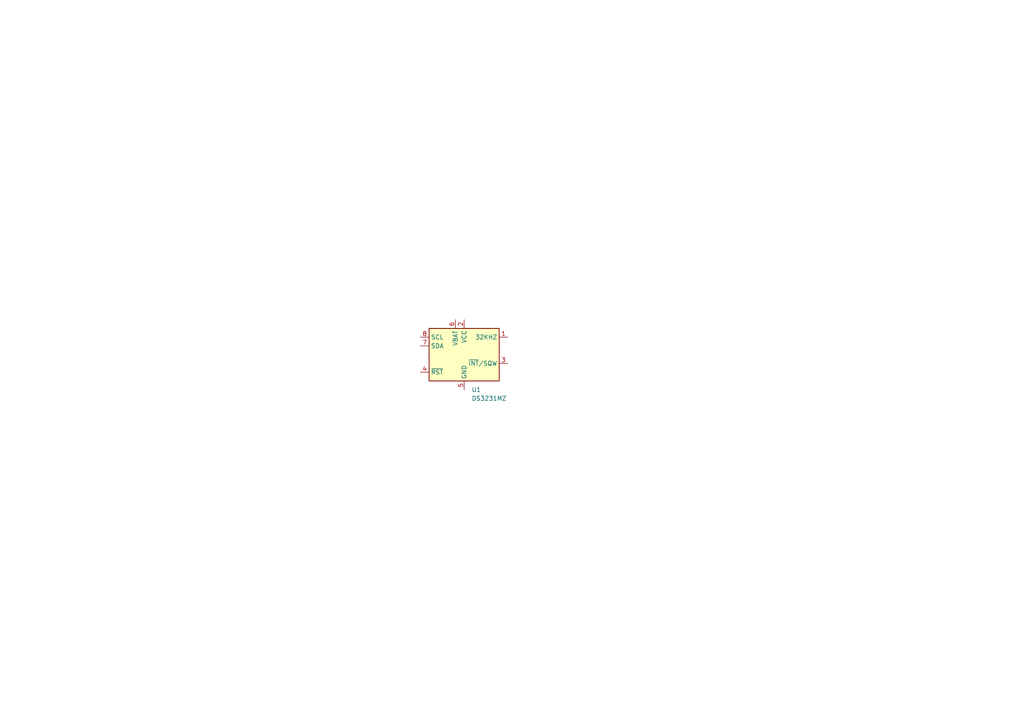
<source format=kicad_sch>
(kicad_sch (version 20250114) (generator "eeschema") (generator_version "9.0")
  (paper "A4")
  (lib_symbols
    (symbol "Timer_RTC:DS3231MZ"
      (property "Reference" "U" (at -7.62 8.89 0))
      (property "Value" "DS3231MZ" (at 11.43 8.89 0))
      (symbol "DS3231MZ_0_1"
        (rectangle (start -10.16 7.62) (end 10.16 -7.62) (stroke (width 0.254)) (fill (type background)))
      )
      (symbol "DS3231MZ_1_1"
        (pin input line (at -12.7 5.08 0) (length 2.54) (name "SCL") (number "8"))
        (pin bidirectional line (at -12.7 2.54 0) (length 2.54) (name "SDA") (number "7"))
        (pin bidirectional line (at -12.7 -5.08 0) (length 2.54) (name "~{RST}") (number "4"))
        (pin power_in line (at -2.54 10.16 270) (length 2.54) (name "VBAT") (number "6"))
        (pin power_in line (at 0 10.16 270) (length 2.54) (name "VCC") (number "2"))
        (pin power_in line (at 0 -10.16 90) (length 2.54) (name "GND") (number "5"))
        (pin open_collector line (at 12.7 5.08 180) (length 2.54) (name "32KHZ") (number "1"))
        (pin open_collector line (at 12.7 -2.54 180) (length 2.54) (name "~{INT}/SQW") (number "3"))
      )
    )
  )
  (symbol (lib_id "Timer_RTC:DS3231MZ") (at 134.62 102.87 0) (unit 1)
    (property "Reference" "U1" (at 136.7633 113.03 0) (effects (justify left)))
    (property "Value" "DS3231MZ" (at 136.7633 115.57 0) (effects (justify left)))
    (property "Footprint" "Package_SO:SOIC-8_3.9x4.9mm_P1.27mm" (effects (hide yes)))
    (property "Datasheet" "http://datasheets.maximintegrated.com/en/ds/DS3231M.pdf" (effects (hide yes)))
    (property "Description" "±5ppm, I2C Real-Time Clock SOIC-8" (effects (hide yes)))
  )
)
</source>
